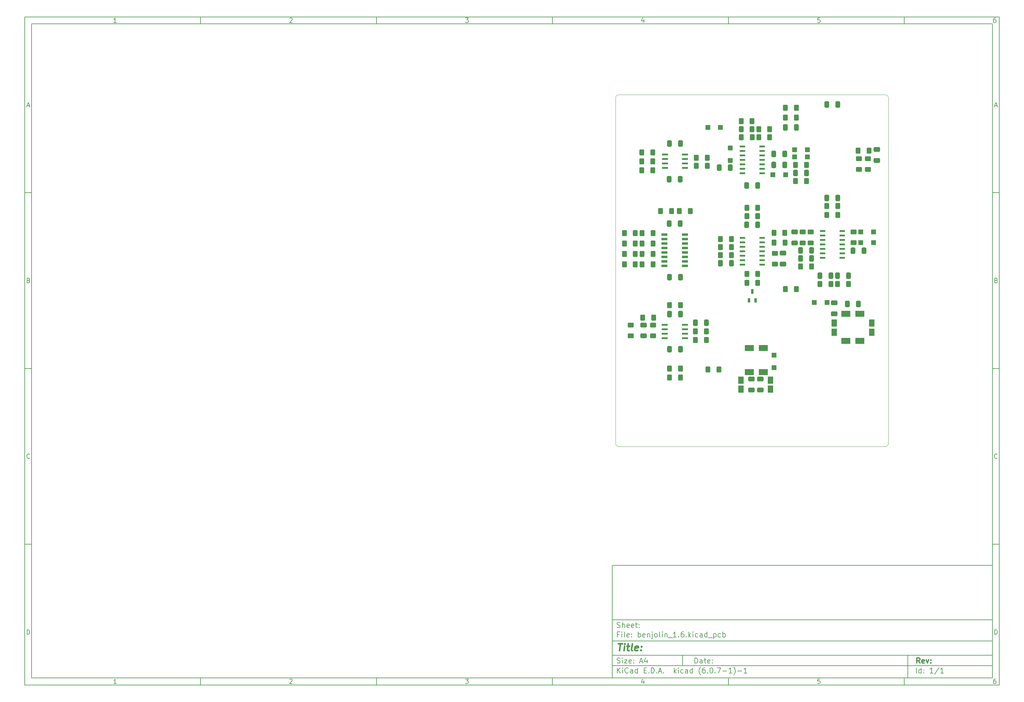
<source format=gbr>
%TF.GenerationSoftware,KiCad,Pcbnew,(6.0.7-1)-1*%
%TF.CreationDate,2022-10-07T09:47:05+07:00*%
%TF.ProjectId,benjolin_1.6,62656e6a-6f6c-4696-9e5f-312e362e6b69,rev?*%
%TF.SameCoordinates,Original*%
%TF.FileFunction,Paste,Top*%
%TF.FilePolarity,Positive*%
%FSLAX46Y46*%
G04 Gerber Fmt 4.6, Leading zero omitted, Abs format (unit mm)*
G04 Created by KiCad (PCBNEW (6.0.7-1)-1) date 2022-10-07 09:47:05*
%MOMM*%
%LPD*%
G01*
G04 APERTURE LIST*
G04 Aperture macros list*
%AMRoundRect*
0 Rectangle with rounded corners*
0 $1 Rounding radius*
0 $2 $3 $4 $5 $6 $7 $8 $9 X,Y pos of 4 corners*
0 Add a 4 corners polygon primitive as box body*
4,1,4,$2,$3,$4,$5,$6,$7,$8,$9,$2,$3,0*
0 Add four circle primitives for the rounded corners*
1,1,$1+$1,$2,$3*
1,1,$1+$1,$4,$5*
1,1,$1+$1,$6,$7*
1,1,$1+$1,$8,$9*
0 Add four rect primitives between the rounded corners*
20,1,$1+$1,$2,$3,$4,$5,0*
20,1,$1+$1,$4,$5,$6,$7,0*
20,1,$1+$1,$6,$7,$8,$9,0*
20,1,$1+$1,$8,$9,$2,$3,0*%
G04 Aperture macros list end*
%ADD10C,0.100000*%
%ADD11C,0.150000*%
%ADD12C,0.300000*%
%ADD13C,0.400000*%
%TA.AperFunction,Profile*%
%ADD14C,0.100000*%
%TD*%
%ADD15RoundRect,0.250000X-0.412500X-0.650000X0.412500X-0.650000X0.412500X0.650000X-0.412500X0.650000X0*%
%ADD16RoundRect,0.250000X0.400000X0.625000X-0.400000X0.625000X-0.400000X-0.625000X0.400000X-0.625000X0*%
%ADD17RoundRect,0.250000X-0.400000X-0.625000X0.400000X-0.625000X0.400000X0.625000X-0.400000X0.625000X0*%
%ADD18R,1.524000X0.600000*%
%ADD19R,1.500000X2.000000*%
%ADD20R,1.668000X0.600000*%
%ADD21RoundRect,0.250000X0.412500X0.650000X-0.412500X0.650000X-0.412500X-0.650000X0.412500X-0.650000X0*%
%ADD22RoundRect,0.250000X0.650000X-0.412500X0.650000X0.412500X-0.650000X0.412500X-0.650000X-0.412500X0*%
%ADD23R,1.400000X1.400000*%
%ADD24RoundRect,0.250000X-0.650000X0.412500X-0.650000X-0.412500X0.650000X-0.412500X0.650000X0.412500X0*%
%ADD25R,2.500000X1.700000*%
%ADD26RoundRect,0.250000X-0.625000X0.400000X-0.625000X-0.400000X0.625000X-0.400000X0.625000X0.400000X0*%
%ADD27R,1.778000X0.660400*%
%ADD28RoundRect,0.250000X0.625000X-0.400000X0.625000X0.400000X-0.625000X0.400000X-0.625000X-0.400000X0*%
%ADD29R,0.800000X1.228000*%
%ADD30R,0.800000X1.382000*%
G04 APERTURE END LIST*
D10*
D11*
X177002200Y-166007200D02*
X177002200Y-198007200D01*
X285002200Y-198007200D01*
X285002200Y-166007200D01*
X177002200Y-166007200D01*
D10*
D11*
X10000000Y-10000000D02*
X10000000Y-200007200D01*
X287002200Y-200007200D01*
X287002200Y-10000000D01*
X10000000Y-10000000D01*
D10*
D11*
X12000000Y-12000000D02*
X12000000Y-198007200D01*
X285002200Y-198007200D01*
X285002200Y-12000000D01*
X12000000Y-12000000D01*
D10*
D11*
X60000000Y-12000000D02*
X60000000Y-10000000D01*
D10*
D11*
X110000000Y-12000000D02*
X110000000Y-10000000D01*
D10*
D11*
X160000000Y-12000000D02*
X160000000Y-10000000D01*
D10*
D11*
X210000000Y-12000000D02*
X210000000Y-10000000D01*
D10*
D11*
X260000000Y-12000000D02*
X260000000Y-10000000D01*
D10*
D11*
X36065476Y-11588095D02*
X35322619Y-11588095D01*
X35694047Y-11588095D02*
X35694047Y-10288095D01*
X35570238Y-10473809D01*
X35446428Y-10597619D01*
X35322619Y-10659523D01*
D10*
D11*
X85322619Y-10411904D02*
X85384523Y-10350000D01*
X85508333Y-10288095D01*
X85817857Y-10288095D01*
X85941666Y-10350000D01*
X86003571Y-10411904D01*
X86065476Y-10535714D01*
X86065476Y-10659523D01*
X86003571Y-10845238D01*
X85260714Y-11588095D01*
X86065476Y-11588095D01*
D10*
D11*
X135260714Y-10288095D02*
X136065476Y-10288095D01*
X135632142Y-10783333D01*
X135817857Y-10783333D01*
X135941666Y-10845238D01*
X136003571Y-10907142D01*
X136065476Y-11030952D01*
X136065476Y-11340476D01*
X136003571Y-11464285D01*
X135941666Y-11526190D01*
X135817857Y-11588095D01*
X135446428Y-11588095D01*
X135322619Y-11526190D01*
X135260714Y-11464285D01*
D10*
D11*
X185941666Y-10721428D02*
X185941666Y-11588095D01*
X185632142Y-10226190D02*
X185322619Y-11154761D01*
X186127380Y-11154761D01*
D10*
D11*
X236003571Y-10288095D02*
X235384523Y-10288095D01*
X235322619Y-10907142D01*
X235384523Y-10845238D01*
X235508333Y-10783333D01*
X235817857Y-10783333D01*
X235941666Y-10845238D01*
X236003571Y-10907142D01*
X236065476Y-11030952D01*
X236065476Y-11340476D01*
X236003571Y-11464285D01*
X235941666Y-11526190D01*
X235817857Y-11588095D01*
X235508333Y-11588095D01*
X235384523Y-11526190D01*
X235322619Y-11464285D01*
D10*
D11*
X285941666Y-10288095D02*
X285694047Y-10288095D01*
X285570238Y-10350000D01*
X285508333Y-10411904D01*
X285384523Y-10597619D01*
X285322619Y-10845238D01*
X285322619Y-11340476D01*
X285384523Y-11464285D01*
X285446428Y-11526190D01*
X285570238Y-11588095D01*
X285817857Y-11588095D01*
X285941666Y-11526190D01*
X286003571Y-11464285D01*
X286065476Y-11340476D01*
X286065476Y-11030952D01*
X286003571Y-10907142D01*
X285941666Y-10845238D01*
X285817857Y-10783333D01*
X285570238Y-10783333D01*
X285446428Y-10845238D01*
X285384523Y-10907142D01*
X285322619Y-11030952D01*
D10*
D11*
X60000000Y-198007200D02*
X60000000Y-200007200D01*
D10*
D11*
X110000000Y-198007200D02*
X110000000Y-200007200D01*
D10*
D11*
X160000000Y-198007200D02*
X160000000Y-200007200D01*
D10*
D11*
X210000000Y-198007200D02*
X210000000Y-200007200D01*
D10*
D11*
X260000000Y-198007200D02*
X260000000Y-200007200D01*
D10*
D11*
X36065476Y-199595295D02*
X35322619Y-199595295D01*
X35694047Y-199595295D02*
X35694047Y-198295295D01*
X35570238Y-198481009D01*
X35446428Y-198604819D01*
X35322619Y-198666723D01*
D10*
D11*
X85322619Y-198419104D02*
X85384523Y-198357200D01*
X85508333Y-198295295D01*
X85817857Y-198295295D01*
X85941666Y-198357200D01*
X86003571Y-198419104D01*
X86065476Y-198542914D01*
X86065476Y-198666723D01*
X86003571Y-198852438D01*
X85260714Y-199595295D01*
X86065476Y-199595295D01*
D10*
D11*
X135260714Y-198295295D02*
X136065476Y-198295295D01*
X135632142Y-198790533D01*
X135817857Y-198790533D01*
X135941666Y-198852438D01*
X136003571Y-198914342D01*
X136065476Y-199038152D01*
X136065476Y-199347676D01*
X136003571Y-199471485D01*
X135941666Y-199533390D01*
X135817857Y-199595295D01*
X135446428Y-199595295D01*
X135322619Y-199533390D01*
X135260714Y-199471485D01*
D10*
D11*
X185941666Y-198728628D02*
X185941666Y-199595295D01*
X185632142Y-198233390D02*
X185322619Y-199161961D01*
X186127380Y-199161961D01*
D10*
D11*
X236003571Y-198295295D02*
X235384523Y-198295295D01*
X235322619Y-198914342D01*
X235384523Y-198852438D01*
X235508333Y-198790533D01*
X235817857Y-198790533D01*
X235941666Y-198852438D01*
X236003571Y-198914342D01*
X236065476Y-199038152D01*
X236065476Y-199347676D01*
X236003571Y-199471485D01*
X235941666Y-199533390D01*
X235817857Y-199595295D01*
X235508333Y-199595295D01*
X235384523Y-199533390D01*
X235322619Y-199471485D01*
D10*
D11*
X285941666Y-198295295D02*
X285694047Y-198295295D01*
X285570238Y-198357200D01*
X285508333Y-198419104D01*
X285384523Y-198604819D01*
X285322619Y-198852438D01*
X285322619Y-199347676D01*
X285384523Y-199471485D01*
X285446428Y-199533390D01*
X285570238Y-199595295D01*
X285817857Y-199595295D01*
X285941666Y-199533390D01*
X286003571Y-199471485D01*
X286065476Y-199347676D01*
X286065476Y-199038152D01*
X286003571Y-198914342D01*
X285941666Y-198852438D01*
X285817857Y-198790533D01*
X285570238Y-198790533D01*
X285446428Y-198852438D01*
X285384523Y-198914342D01*
X285322619Y-199038152D01*
D10*
D11*
X10000000Y-60000000D02*
X12000000Y-60000000D01*
D10*
D11*
X10000000Y-110000000D02*
X12000000Y-110000000D01*
D10*
D11*
X10000000Y-160000000D02*
X12000000Y-160000000D01*
D10*
D11*
X10690476Y-35216666D02*
X11309523Y-35216666D01*
X10566666Y-35588095D02*
X11000000Y-34288095D01*
X11433333Y-35588095D01*
D10*
D11*
X11092857Y-84907142D02*
X11278571Y-84969047D01*
X11340476Y-85030952D01*
X11402380Y-85154761D01*
X11402380Y-85340476D01*
X11340476Y-85464285D01*
X11278571Y-85526190D01*
X11154761Y-85588095D01*
X10659523Y-85588095D01*
X10659523Y-84288095D01*
X11092857Y-84288095D01*
X11216666Y-84350000D01*
X11278571Y-84411904D01*
X11340476Y-84535714D01*
X11340476Y-84659523D01*
X11278571Y-84783333D01*
X11216666Y-84845238D01*
X11092857Y-84907142D01*
X10659523Y-84907142D01*
D10*
D11*
X11402380Y-135464285D02*
X11340476Y-135526190D01*
X11154761Y-135588095D01*
X11030952Y-135588095D01*
X10845238Y-135526190D01*
X10721428Y-135402380D01*
X10659523Y-135278571D01*
X10597619Y-135030952D01*
X10597619Y-134845238D01*
X10659523Y-134597619D01*
X10721428Y-134473809D01*
X10845238Y-134350000D01*
X11030952Y-134288095D01*
X11154761Y-134288095D01*
X11340476Y-134350000D01*
X11402380Y-134411904D01*
D10*
D11*
X10659523Y-185588095D02*
X10659523Y-184288095D01*
X10969047Y-184288095D01*
X11154761Y-184350000D01*
X11278571Y-184473809D01*
X11340476Y-184597619D01*
X11402380Y-184845238D01*
X11402380Y-185030952D01*
X11340476Y-185278571D01*
X11278571Y-185402380D01*
X11154761Y-185526190D01*
X10969047Y-185588095D01*
X10659523Y-185588095D01*
D10*
D11*
X287002200Y-60000000D02*
X285002200Y-60000000D01*
D10*
D11*
X287002200Y-110000000D02*
X285002200Y-110000000D01*
D10*
D11*
X287002200Y-160000000D02*
X285002200Y-160000000D01*
D10*
D11*
X285692676Y-35216666D02*
X286311723Y-35216666D01*
X285568866Y-35588095D02*
X286002200Y-34288095D01*
X286435533Y-35588095D01*
D10*
D11*
X286095057Y-84907142D02*
X286280771Y-84969047D01*
X286342676Y-85030952D01*
X286404580Y-85154761D01*
X286404580Y-85340476D01*
X286342676Y-85464285D01*
X286280771Y-85526190D01*
X286156961Y-85588095D01*
X285661723Y-85588095D01*
X285661723Y-84288095D01*
X286095057Y-84288095D01*
X286218866Y-84350000D01*
X286280771Y-84411904D01*
X286342676Y-84535714D01*
X286342676Y-84659523D01*
X286280771Y-84783333D01*
X286218866Y-84845238D01*
X286095057Y-84907142D01*
X285661723Y-84907142D01*
D10*
D11*
X286404580Y-135464285D02*
X286342676Y-135526190D01*
X286156961Y-135588095D01*
X286033152Y-135588095D01*
X285847438Y-135526190D01*
X285723628Y-135402380D01*
X285661723Y-135278571D01*
X285599819Y-135030952D01*
X285599819Y-134845238D01*
X285661723Y-134597619D01*
X285723628Y-134473809D01*
X285847438Y-134350000D01*
X286033152Y-134288095D01*
X286156961Y-134288095D01*
X286342676Y-134350000D01*
X286404580Y-134411904D01*
D10*
D11*
X285661723Y-185588095D02*
X285661723Y-184288095D01*
X285971247Y-184288095D01*
X286156961Y-184350000D01*
X286280771Y-184473809D01*
X286342676Y-184597619D01*
X286404580Y-184845238D01*
X286404580Y-185030952D01*
X286342676Y-185278571D01*
X286280771Y-185402380D01*
X286156961Y-185526190D01*
X285971247Y-185588095D01*
X285661723Y-185588095D01*
D10*
D11*
X200434342Y-193785771D02*
X200434342Y-192285771D01*
X200791485Y-192285771D01*
X201005771Y-192357200D01*
X201148628Y-192500057D01*
X201220057Y-192642914D01*
X201291485Y-192928628D01*
X201291485Y-193142914D01*
X201220057Y-193428628D01*
X201148628Y-193571485D01*
X201005771Y-193714342D01*
X200791485Y-193785771D01*
X200434342Y-193785771D01*
X202577200Y-193785771D02*
X202577200Y-193000057D01*
X202505771Y-192857200D01*
X202362914Y-192785771D01*
X202077200Y-192785771D01*
X201934342Y-192857200D01*
X202577200Y-193714342D02*
X202434342Y-193785771D01*
X202077200Y-193785771D01*
X201934342Y-193714342D01*
X201862914Y-193571485D01*
X201862914Y-193428628D01*
X201934342Y-193285771D01*
X202077200Y-193214342D01*
X202434342Y-193214342D01*
X202577200Y-193142914D01*
X203077200Y-192785771D02*
X203648628Y-192785771D01*
X203291485Y-192285771D02*
X203291485Y-193571485D01*
X203362914Y-193714342D01*
X203505771Y-193785771D01*
X203648628Y-193785771D01*
X204720057Y-193714342D02*
X204577200Y-193785771D01*
X204291485Y-193785771D01*
X204148628Y-193714342D01*
X204077200Y-193571485D01*
X204077200Y-193000057D01*
X204148628Y-192857200D01*
X204291485Y-192785771D01*
X204577200Y-192785771D01*
X204720057Y-192857200D01*
X204791485Y-193000057D01*
X204791485Y-193142914D01*
X204077200Y-193285771D01*
X205434342Y-193642914D02*
X205505771Y-193714342D01*
X205434342Y-193785771D01*
X205362914Y-193714342D01*
X205434342Y-193642914D01*
X205434342Y-193785771D01*
X205434342Y-192857200D02*
X205505771Y-192928628D01*
X205434342Y-193000057D01*
X205362914Y-192928628D01*
X205434342Y-192857200D01*
X205434342Y-193000057D01*
D10*
D11*
X177002200Y-194507200D02*
X285002200Y-194507200D01*
D10*
D11*
X178434342Y-196585771D02*
X178434342Y-195085771D01*
X179291485Y-196585771D02*
X178648628Y-195728628D01*
X179291485Y-195085771D02*
X178434342Y-195942914D01*
X179934342Y-196585771D02*
X179934342Y-195585771D01*
X179934342Y-195085771D02*
X179862914Y-195157200D01*
X179934342Y-195228628D01*
X180005771Y-195157200D01*
X179934342Y-195085771D01*
X179934342Y-195228628D01*
X181505771Y-196442914D02*
X181434342Y-196514342D01*
X181220057Y-196585771D01*
X181077200Y-196585771D01*
X180862914Y-196514342D01*
X180720057Y-196371485D01*
X180648628Y-196228628D01*
X180577200Y-195942914D01*
X180577200Y-195728628D01*
X180648628Y-195442914D01*
X180720057Y-195300057D01*
X180862914Y-195157200D01*
X181077200Y-195085771D01*
X181220057Y-195085771D01*
X181434342Y-195157200D01*
X181505771Y-195228628D01*
X182791485Y-196585771D02*
X182791485Y-195800057D01*
X182720057Y-195657200D01*
X182577200Y-195585771D01*
X182291485Y-195585771D01*
X182148628Y-195657200D01*
X182791485Y-196514342D02*
X182648628Y-196585771D01*
X182291485Y-196585771D01*
X182148628Y-196514342D01*
X182077200Y-196371485D01*
X182077200Y-196228628D01*
X182148628Y-196085771D01*
X182291485Y-196014342D01*
X182648628Y-196014342D01*
X182791485Y-195942914D01*
X184148628Y-196585771D02*
X184148628Y-195085771D01*
X184148628Y-196514342D02*
X184005771Y-196585771D01*
X183720057Y-196585771D01*
X183577200Y-196514342D01*
X183505771Y-196442914D01*
X183434342Y-196300057D01*
X183434342Y-195871485D01*
X183505771Y-195728628D01*
X183577200Y-195657200D01*
X183720057Y-195585771D01*
X184005771Y-195585771D01*
X184148628Y-195657200D01*
X186005771Y-195800057D02*
X186505771Y-195800057D01*
X186720057Y-196585771D02*
X186005771Y-196585771D01*
X186005771Y-195085771D01*
X186720057Y-195085771D01*
X187362914Y-196442914D02*
X187434342Y-196514342D01*
X187362914Y-196585771D01*
X187291485Y-196514342D01*
X187362914Y-196442914D01*
X187362914Y-196585771D01*
X188077200Y-196585771D02*
X188077200Y-195085771D01*
X188434342Y-195085771D01*
X188648628Y-195157200D01*
X188791485Y-195300057D01*
X188862914Y-195442914D01*
X188934342Y-195728628D01*
X188934342Y-195942914D01*
X188862914Y-196228628D01*
X188791485Y-196371485D01*
X188648628Y-196514342D01*
X188434342Y-196585771D01*
X188077200Y-196585771D01*
X189577200Y-196442914D02*
X189648628Y-196514342D01*
X189577200Y-196585771D01*
X189505771Y-196514342D01*
X189577200Y-196442914D01*
X189577200Y-196585771D01*
X190220057Y-196157200D02*
X190934342Y-196157200D01*
X190077200Y-196585771D02*
X190577200Y-195085771D01*
X191077200Y-196585771D01*
X191577200Y-196442914D02*
X191648628Y-196514342D01*
X191577200Y-196585771D01*
X191505771Y-196514342D01*
X191577200Y-196442914D01*
X191577200Y-196585771D01*
X194577200Y-196585771D02*
X194577200Y-195085771D01*
X194720057Y-196014342D02*
X195148628Y-196585771D01*
X195148628Y-195585771D02*
X194577200Y-196157200D01*
X195791485Y-196585771D02*
X195791485Y-195585771D01*
X195791485Y-195085771D02*
X195720057Y-195157200D01*
X195791485Y-195228628D01*
X195862914Y-195157200D01*
X195791485Y-195085771D01*
X195791485Y-195228628D01*
X197148628Y-196514342D02*
X197005771Y-196585771D01*
X196720057Y-196585771D01*
X196577200Y-196514342D01*
X196505771Y-196442914D01*
X196434342Y-196300057D01*
X196434342Y-195871485D01*
X196505771Y-195728628D01*
X196577200Y-195657200D01*
X196720057Y-195585771D01*
X197005771Y-195585771D01*
X197148628Y-195657200D01*
X198434342Y-196585771D02*
X198434342Y-195800057D01*
X198362914Y-195657200D01*
X198220057Y-195585771D01*
X197934342Y-195585771D01*
X197791485Y-195657200D01*
X198434342Y-196514342D02*
X198291485Y-196585771D01*
X197934342Y-196585771D01*
X197791485Y-196514342D01*
X197720057Y-196371485D01*
X197720057Y-196228628D01*
X197791485Y-196085771D01*
X197934342Y-196014342D01*
X198291485Y-196014342D01*
X198434342Y-195942914D01*
X199791485Y-196585771D02*
X199791485Y-195085771D01*
X199791485Y-196514342D02*
X199648628Y-196585771D01*
X199362914Y-196585771D01*
X199220057Y-196514342D01*
X199148628Y-196442914D01*
X199077200Y-196300057D01*
X199077200Y-195871485D01*
X199148628Y-195728628D01*
X199220057Y-195657200D01*
X199362914Y-195585771D01*
X199648628Y-195585771D01*
X199791485Y-195657200D01*
X202077200Y-197157200D02*
X202005771Y-197085771D01*
X201862914Y-196871485D01*
X201791485Y-196728628D01*
X201720057Y-196514342D01*
X201648628Y-196157200D01*
X201648628Y-195871485D01*
X201720057Y-195514342D01*
X201791485Y-195300057D01*
X201862914Y-195157200D01*
X202005771Y-194942914D01*
X202077200Y-194871485D01*
X203291485Y-195085771D02*
X203005771Y-195085771D01*
X202862914Y-195157200D01*
X202791485Y-195228628D01*
X202648628Y-195442914D01*
X202577200Y-195728628D01*
X202577200Y-196300057D01*
X202648628Y-196442914D01*
X202720057Y-196514342D01*
X202862914Y-196585771D01*
X203148628Y-196585771D01*
X203291485Y-196514342D01*
X203362914Y-196442914D01*
X203434342Y-196300057D01*
X203434342Y-195942914D01*
X203362914Y-195800057D01*
X203291485Y-195728628D01*
X203148628Y-195657200D01*
X202862914Y-195657200D01*
X202720057Y-195728628D01*
X202648628Y-195800057D01*
X202577200Y-195942914D01*
X204077200Y-196442914D02*
X204148628Y-196514342D01*
X204077200Y-196585771D01*
X204005771Y-196514342D01*
X204077200Y-196442914D01*
X204077200Y-196585771D01*
X205077200Y-195085771D02*
X205220057Y-195085771D01*
X205362914Y-195157200D01*
X205434342Y-195228628D01*
X205505771Y-195371485D01*
X205577200Y-195657200D01*
X205577200Y-196014342D01*
X205505771Y-196300057D01*
X205434342Y-196442914D01*
X205362914Y-196514342D01*
X205220057Y-196585771D01*
X205077200Y-196585771D01*
X204934342Y-196514342D01*
X204862914Y-196442914D01*
X204791485Y-196300057D01*
X204720057Y-196014342D01*
X204720057Y-195657200D01*
X204791485Y-195371485D01*
X204862914Y-195228628D01*
X204934342Y-195157200D01*
X205077200Y-195085771D01*
X206220057Y-196442914D02*
X206291485Y-196514342D01*
X206220057Y-196585771D01*
X206148628Y-196514342D01*
X206220057Y-196442914D01*
X206220057Y-196585771D01*
X206791485Y-195085771D02*
X207791485Y-195085771D01*
X207148628Y-196585771D01*
X208362914Y-196014342D02*
X209505771Y-196014342D01*
X211005771Y-196585771D02*
X210148628Y-196585771D01*
X210577200Y-196585771D02*
X210577200Y-195085771D01*
X210434342Y-195300057D01*
X210291485Y-195442914D01*
X210148628Y-195514342D01*
X211505771Y-197157200D02*
X211577200Y-197085771D01*
X211720057Y-196871485D01*
X211791485Y-196728628D01*
X211862914Y-196514342D01*
X211934342Y-196157200D01*
X211934342Y-195871485D01*
X211862914Y-195514342D01*
X211791485Y-195300057D01*
X211720057Y-195157200D01*
X211577200Y-194942914D01*
X211505771Y-194871485D01*
X212648628Y-196014342D02*
X213791485Y-196014342D01*
X215291485Y-196585771D02*
X214434342Y-196585771D01*
X214862914Y-196585771D02*
X214862914Y-195085771D01*
X214720057Y-195300057D01*
X214577200Y-195442914D01*
X214434342Y-195514342D01*
D10*
D11*
X177002200Y-191507200D02*
X285002200Y-191507200D01*
D10*
D12*
X264411485Y-193785771D02*
X263911485Y-193071485D01*
X263554342Y-193785771D02*
X263554342Y-192285771D01*
X264125771Y-192285771D01*
X264268628Y-192357200D01*
X264340057Y-192428628D01*
X264411485Y-192571485D01*
X264411485Y-192785771D01*
X264340057Y-192928628D01*
X264268628Y-193000057D01*
X264125771Y-193071485D01*
X263554342Y-193071485D01*
X265625771Y-193714342D02*
X265482914Y-193785771D01*
X265197200Y-193785771D01*
X265054342Y-193714342D01*
X264982914Y-193571485D01*
X264982914Y-193000057D01*
X265054342Y-192857200D01*
X265197200Y-192785771D01*
X265482914Y-192785771D01*
X265625771Y-192857200D01*
X265697200Y-193000057D01*
X265697200Y-193142914D01*
X264982914Y-193285771D01*
X266197200Y-192785771D02*
X266554342Y-193785771D01*
X266911485Y-192785771D01*
X267482914Y-193642914D02*
X267554342Y-193714342D01*
X267482914Y-193785771D01*
X267411485Y-193714342D01*
X267482914Y-193642914D01*
X267482914Y-193785771D01*
X267482914Y-192857200D02*
X267554342Y-192928628D01*
X267482914Y-193000057D01*
X267411485Y-192928628D01*
X267482914Y-192857200D01*
X267482914Y-193000057D01*
D10*
D11*
X178362914Y-193714342D02*
X178577200Y-193785771D01*
X178934342Y-193785771D01*
X179077200Y-193714342D01*
X179148628Y-193642914D01*
X179220057Y-193500057D01*
X179220057Y-193357200D01*
X179148628Y-193214342D01*
X179077200Y-193142914D01*
X178934342Y-193071485D01*
X178648628Y-193000057D01*
X178505771Y-192928628D01*
X178434342Y-192857200D01*
X178362914Y-192714342D01*
X178362914Y-192571485D01*
X178434342Y-192428628D01*
X178505771Y-192357200D01*
X178648628Y-192285771D01*
X179005771Y-192285771D01*
X179220057Y-192357200D01*
X179862914Y-193785771D02*
X179862914Y-192785771D01*
X179862914Y-192285771D02*
X179791485Y-192357200D01*
X179862914Y-192428628D01*
X179934342Y-192357200D01*
X179862914Y-192285771D01*
X179862914Y-192428628D01*
X180434342Y-192785771D02*
X181220057Y-192785771D01*
X180434342Y-193785771D01*
X181220057Y-193785771D01*
X182362914Y-193714342D02*
X182220057Y-193785771D01*
X181934342Y-193785771D01*
X181791485Y-193714342D01*
X181720057Y-193571485D01*
X181720057Y-193000057D01*
X181791485Y-192857200D01*
X181934342Y-192785771D01*
X182220057Y-192785771D01*
X182362914Y-192857200D01*
X182434342Y-193000057D01*
X182434342Y-193142914D01*
X181720057Y-193285771D01*
X183077200Y-193642914D02*
X183148628Y-193714342D01*
X183077200Y-193785771D01*
X183005771Y-193714342D01*
X183077200Y-193642914D01*
X183077200Y-193785771D01*
X183077200Y-192857200D02*
X183148628Y-192928628D01*
X183077200Y-193000057D01*
X183005771Y-192928628D01*
X183077200Y-192857200D01*
X183077200Y-193000057D01*
X184862914Y-193357200D02*
X185577200Y-193357200D01*
X184720057Y-193785771D02*
X185220057Y-192285771D01*
X185720057Y-193785771D01*
X186862914Y-192785771D02*
X186862914Y-193785771D01*
X186505771Y-192214342D02*
X186148628Y-193285771D01*
X187077200Y-193285771D01*
D10*
D11*
X263434342Y-196585771D02*
X263434342Y-195085771D01*
X264791485Y-196585771D02*
X264791485Y-195085771D01*
X264791485Y-196514342D02*
X264648628Y-196585771D01*
X264362914Y-196585771D01*
X264220057Y-196514342D01*
X264148628Y-196442914D01*
X264077200Y-196300057D01*
X264077200Y-195871485D01*
X264148628Y-195728628D01*
X264220057Y-195657200D01*
X264362914Y-195585771D01*
X264648628Y-195585771D01*
X264791485Y-195657200D01*
X265505771Y-196442914D02*
X265577200Y-196514342D01*
X265505771Y-196585771D01*
X265434342Y-196514342D01*
X265505771Y-196442914D01*
X265505771Y-196585771D01*
X265505771Y-195657200D02*
X265577200Y-195728628D01*
X265505771Y-195800057D01*
X265434342Y-195728628D01*
X265505771Y-195657200D01*
X265505771Y-195800057D01*
X268148628Y-196585771D02*
X267291485Y-196585771D01*
X267720057Y-196585771D02*
X267720057Y-195085771D01*
X267577200Y-195300057D01*
X267434342Y-195442914D01*
X267291485Y-195514342D01*
X269862914Y-195014342D02*
X268577200Y-196942914D01*
X271148628Y-196585771D02*
X270291485Y-196585771D01*
X270720057Y-196585771D02*
X270720057Y-195085771D01*
X270577200Y-195300057D01*
X270434342Y-195442914D01*
X270291485Y-195514342D01*
D10*
D11*
X177002200Y-187507200D02*
X285002200Y-187507200D01*
D10*
D13*
X178714580Y-188211961D02*
X179857438Y-188211961D01*
X179036009Y-190211961D02*
X179286009Y-188211961D01*
X180274104Y-190211961D02*
X180440771Y-188878628D01*
X180524104Y-188211961D02*
X180416961Y-188307200D01*
X180500295Y-188402438D01*
X180607438Y-188307200D01*
X180524104Y-188211961D01*
X180500295Y-188402438D01*
X181107438Y-188878628D02*
X181869342Y-188878628D01*
X181476485Y-188211961D02*
X181262200Y-189926247D01*
X181333628Y-190116723D01*
X181512200Y-190211961D01*
X181702676Y-190211961D01*
X182655057Y-190211961D02*
X182476485Y-190116723D01*
X182405057Y-189926247D01*
X182619342Y-188211961D01*
X184190771Y-190116723D02*
X183988390Y-190211961D01*
X183607438Y-190211961D01*
X183428866Y-190116723D01*
X183357438Y-189926247D01*
X183452676Y-189164342D01*
X183571723Y-188973866D01*
X183774104Y-188878628D01*
X184155057Y-188878628D01*
X184333628Y-188973866D01*
X184405057Y-189164342D01*
X184381247Y-189354819D01*
X183405057Y-189545295D01*
X185155057Y-190021485D02*
X185238390Y-190116723D01*
X185131247Y-190211961D01*
X185047914Y-190116723D01*
X185155057Y-190021485D01*
X185131247Y-190211961D01*
X185286009Y-188973866D02*
X185369342Y-189069104D01*
X185262200Y-189164342D01*
X185178866Y-189069104D01*
X185286009Y-188973866D01*
X185262200Y-189164342D01*
D10*
D11*
X178934342Y-185600057D02*
X178434342Y-185600057D01*
X178434342Y-186385771D02*
X178434342Y-184885771D01*
X179148628Y-184885771D01*
X179720057Y-186385771D02*
X179720057Y-185385771D01*
X179720057Y-184885771D02*
X179648628Y-184957200D01*
X179720057Y-185028628D01*
X179791485Y-184957200D01*
X179720057Y-184885771D01*
X179720057Y-185028628D01*
X180648628Y-186385771D02*
X180505771Y-186314342D01*
X180434342Y-186171485D01*
X180434342Y-184885771D01*
X181791485Y-186314342D02*
X181648628Y-186385771D01*
X181362914Y-186385771D01*
X181220057Y-186314342D01*
X181148628Y-186171485D01*
X181148628Y-185600057D01*
X181220057Y-185457200D01*
X181362914Y-185385771D01*
X181648628Y-185385771D01*
X181791485Y-185457200D01*
X181862914Y-185600057D01*
X181862914Y-185742914D01*
X181148628Y-185885771D01*
X182505771Y-186242914D02*
X182577200Y-186314342D01*
X182505771Y-186385771D01*
X182434342Y-186314342D01*
X182505771Y-186242914D01*
X182505771Y-186385771D01*
X182505771Y-185457200D02*
X182577200Y-185528628D01*
X182505771Y-185600057D01*
X182434342Y-185528628D01*
X182505771Y-185457200D01*
X182505771Y-185600057D01*
X184362914Y-186385771D02*
X184362914Y-184885771D01*
X184362914Y-185457200D02*
X184505771Y-185385771D01*
X184791485Y-185385771D01*
X184934342Y-185457200D01*
X185005771Y-185528628D01*
X185077200Y-185671485D01*
X185077200Y-186100057D01*
X185005771Y-186242914D01*
X184934342Y-186314342D01*
X184791485Y-186385771D01*
X184505771Y-186385771D01*
X184362914Y-186314342D01*
X186291485Y-186314342D02*
X186148628Y-186385771D01*
X185862914Y-186385771D01*
X185720057Y-186314342D01*
X185648628Y-186171485D01*
X185648628Y-185600057D01*
X185720057Y-185457200D01*
X185862914Y-185385771D01*
X186148628Y-185385771D01*
X186291485Y-185457200D01*
X186362914Y-185600057D01*
X186362914Y-185742914D01*
X185648628Y-185885771D01*
X187005771Y-185385771D02*
X187005771Y-186385771D01*
X187005771Y-185528628D02*
X187077200Y-185457200D01*
X187220057Y-185385771D01*
X187434342Y-185385771D01*
X187577200Y-185457200D01*
X187648628Y-185600057D01*
X187648628Y-186385771D01*
X188362914Y-185385771D02*
X188362914Y-186671485D01*
X188291485Y-186814342D01*
X188148628Y-186885771D01*
X188077200Y-186885771D01*
X188362914Y-184885771D02*
X188291485Y-184957200D01*
X188362914Y-185028628D01*
X188434342Y-184957200D01*
X188362914Y-184885771D01*
X188362914Y-185028628D01*
X189291485Y-186385771D02*
X189148628Y-186314342D01*
X189077200Y-186242914D01*
X189005771Y-186100057D01*
X189005771Y-185671485D01*
X189077200Y-185528628D01*
X189148628Y-185457200D01*
X189291485Y-185385771D01*
X189505771Y-185385771D01*
X189648628Y-185457200D01*
X189720057Y-185528628D01*
X189791485Y-185671485D01*
X189791485Y-186100057D01*
X189720057Y-186242914D01*
X189648628Y-186314342D01*
X189505771Y-186385771D01*
X189291485Y-186385771D01*
X190648628Y-186385771D02*
X190505771Y-186314342D01*
X190434342Y-186171485D01*
X190434342Y-184885771D01*
X191220057Y-186385771D02*
X191220057Y-185385771D01*
X191220057Y-184885771D02*
X191148628Y-184957200D01*
X191220057Y-185028628D01*
X191291485Y-184957200D01*
X191220057Y-184885771D01*
X191220057Y-185028628D01*
X191934342Y-185385771D02*
X191934342Y-186385771D01*
X191934342Y-185528628D02*
X192005771Y-185457200D01*
X192148628Y-185385771D01*
X192362914Y-185385771D01*
X192505771Y-185457200D01*
X192577200Y-185600057D01*
X192577200Y-186385771D01*
X192934342Y-186528628D02*
X194077200Y-186528628D01*
X195220057Y-186385771D02*
X194362914Y-186385771D01*
X194791485Y-186385771D02*
X194791485Y-184885771D01*
X194648628Y-185100057D01*
X194505771Y-185242914D01*
X194362914Y-185314342D01*
X195862914Y-186242914D02*
X195934342Y-186314342D01*
X195862914Y-186385771D01*
X195791485Y-186314342D01*
X195862914Y-186242914D01*
X195862914Y-186385771D01*
X197220057Y-184885771D02*
X196934342Y-184885771D01*
X196791485Y-184957200D01*
X196720057Y-185028628D01*
X196577200Y-185242914D01*
X196505771Y-185528628D01*
X196505771Y-186100057D01*
X196577200Y-186242914D01*
X196648628Y-186314342D01*
X196791485Y-186385771D01*
X197077200Y-186385771D01*
X197220057Y-186314342D01*
X197291485Y-186242914D01*
X197362914Y-186100057D01*
X197362914Y-185742914D01*
X197291485Y-185600057D01*
X197220057Y-185528628D01*
X197077200Y-185457200D01*
X196791485Y-185457200D01*
X196648628Y-185528628D01*
X196577200Y-185600057D01*
X196505771Y-185742914D01*
X198005771Y-186242914D02*
X198077200Y-186314342D01*
X198005771Y-186385771D01*
X197934342Y-186314342D01*
X198005771Y-186242914D01*
X198005771Y-186385771D01*
X198720057Y-186385771D02*
X198720057Y-184885771D01*
X198862914Y-185814342D02*
X199291485Y-186385771D01*
X199291485Y-185385771D02*
X198720057Y-185957200D01*
X199934342Y-186385771D02*
X199934342Y-185385771D01*
X199934342Y-184885771D02*
X199862914Y-184957200D01*
X199934342Y-185028628D01*
X200005771Y-184957200D01*
X199934342Y-184885771D01*
X199934342Y-185028628D01*
X201291485Y-186314342D02*
X201148628Y-186385771D01*
X200862914Y-186385771D01*
X200720057Y-186314342D01*
X200648628Y-186242914D01*
X200577200Y-186100057D01*
X200577200Y-185671485D01*
X200648628Y-185528628D01*
X200720057Y-185457200D01*
X200862914Y-185385771D01*
X201148628Y-185385771D01*
X201291485Y-185457200D01*
X202577200Y-186385771D02*
X202577200Y-185600057D01*
X202505771Y-185457200D01*
X202362914Y-185385771D01*
X202077200Y-185385771D01*
X201934342Y-185457200D01*
X202577200Y-186314342D02*
X202434342Y-186385771D01*
X202077200Y-186385771D01*
X201934342Y-186314342D01*
X201862914Y-186171485D01*
X201862914Y-186028628D01*
X201934342Y-185885771D01*
X202077200Y-185814342D01*
X202434342Y-185814342D01*
X202577200Y-185742914D01*
X203934342Y-186385771D02*
X203934342Y-184885771D01*
X203934342Y-186314342D02*
X203791485Y-186385771D01*
X203505771Y-186385771D01*
X203362914Y-186314342D01*
X203291485Y-186242914D01*
X203220057Y-186100057D01*
X203220057Y-185671485D01*
X203291485Y-185528628D01*
X203362914Y-185457200D01*
X203505771Y-185385771D01*
X203791485Y-185385771D01*
X203934342Y-185457200D01*
X204291485Y-186528628D02*
X205434342Y-186528628D01*
X205791485Y-185385771D02*
X205791485Y-186885771D01*
X205791485Y-185457200D02*
X205934342Y-185385771D01*
X206220057Y-185385771D01*
X206362914Y-185457200D01*
X206434342Y-185528628D01*
X206505771Y-185671485D01*
X206505771Y-186100057D01*
X206434342Y-186242914D01*
X206362914Y-186314342D01*
X206220057Y-186385771D01*
X205934342Y-186385771D01*
X205791485Y-186314342D01*
X207791485Y-186314342D02*
X207648628Y-186385771D01*
X207362914Y-186385771D01*
X207220057Y-186314342D01*
X207148628Y-186242914D01*
X207077200Y-186100057D01*
X207077200Y-185671485D01*
X207148628Y-185528628D01*
X207220057Y-185457200D01*
X207362914Y-185385771D01*
X207648628Y-185385771D01*
X207791485Y-185457200D01*
X208434342Y-186385771D02*
X208434342Y-184885771D01*
X208434342Y-185457200D02*
X208577200Y-185385771D01*
X208862914Y-185385771D01*
X209005771Y-185457200D01*
X209077200Y-185528628D01*
X209148628Y-185671485D01*
X209148628Y-186100057D01*
X209077200Y-186242914D01*
X209005771Y-186314342D01*
X208862914Y-186385771D01*
X208577200Y-186385771D01*
X208434342Y-186314342D01*
D10*
D11*
X177002200Y-181507200D02*
X285002200Y-181507200D01*
D10*
D11*
X178362914Y-183614342D02*
X178577200Y-183685771D01*
X178934342Y-183685771D01*
X179077200Y-183614342D01*
X179148628Y-183542914D01*
X179220057Y-183400057D01*
X179220057Y-183257200D01*
X179148628Y-183114342D01*
X179077200Y-183042914D01*
X178934342Y-182971485D01*
X178648628Y-182900057D01*
X178505771Y-182828628D01*
X178434342Y-182757200D01*
X178362914Y-182614342D01*
X178362914Y-182471485D01*
X178434342Y-182328628D01*
X178505771Y-182257200D01*
X178648628Y-182185771D01*
X179005771Y-182185771D01*
X179220057Y-182257200D01*
X179862914Y-183685771D02*
X179862914Y-182185771D01*
X180505771Y-183685771D02*
X180505771Y-182900057D01*
X180434342Y-182757200D01*
X180291485Y-182685771D01*
X180077200Y-182685771D01*
X179934342Y-182757200D01*
X179862914Y-182828628D01*
X181791485Y-183614342D02*
X181648628Y-183685771D01*
X181362914Y-183685771D01*
X181220057Y-183614342D01*
X181148628Y-183471485D01*
X181148628Y-182900057D01*
X181220057Y-182757200D01*
X181362914Y-182685771D01*
X181648628Y-182685771D01*
X181791485Y-182757200D01*
X181862914Y-182900057D01*
X181862914Y-183042914D01*
X181148628Y-183185771D01*
X183077200Y-183614342D02*
X182934342Y-183685771D01*
X182648628Y-183685771D01*
X182505771Y-183614342D01*
X182434342Y-183471485D01*
X182434342Y-182900057D01*
X182505771Y-182757200D01*
X182648628Y-182685771D01*
X182934342Y-182685771D01*
X183077200Y-182757200D01*
X183148628Y-182900057D01*
X183148628Y-183042914D01*
X182434342Y-183185771D01*
X183577200Y-182685771D02*
X184148628Y-182685771D01*
X183791485Y-182185771D02*
X183791485Y-183471485D01*
X183862914Y-183614342D01*
X184005771Y-183685771D01*
X184148628Y-183685771D01*
X184648628Y-183542914D02*
X184720057Y-183614342D01*
X184648628Y-183685771D01*
X184577200Y-183614342D01*
X184648628Y-183542914D01*
X184648628Y-183685771D01*
X184648628Y-182757200D02*
X184720057Y-182828628D01*
X184648628Y-182900057D01*
X184577200Y-182828628D01*
X184648628Y-182757200D01*
X184648628Y-182900057D01*
D10*
D12*
D10*
D11*
D10*
D11*
D10*
D11*
D10*
D11*
D10*
D11*
X197002200Y-191507200D02*
X197002200Y-194507200D01*
D10*
D11*
X261002200Y-191507200D02*
X261002200Y-198007200D01*
D14*
X255450614Y-32899678D02*
X255450000Y-131440000D01*
X254700614Y-32149678D02*
X178700000Y-32149678D01*
X178700000Y-132157000D02*
X254699204Y-132157000D01*
X254699209Y-132157495D02*
G75*
G03*
X255450000Y-131440000I-8128J760069D01*
G01*
X177950000Y-32899678D02*
X177950000Y-131407000D01*
X177950000Y-131407000D02*
G75*
G03*
X178700000Y-132157000I750000J0D01*
G01*
X178700000Y-32149700D02*
G75*
G03*
X177950000Y-32899678I0J-750000D01*
G01*
X255450613Y-32899678D02*
G75*
G03*
X254700614Y-32149678I-750018J-18D01*
G01*
D15*
%TO.C,C17*%
X222866300Y-52089000D03*
X225991300Y-52089000D03*
%TD*%
D16*
%TO.C,R36*%
X226044200Y-71393000D03*
X222944200Y-71393000D03*
%TD*%
D17*
%TO.C,R6*%
X190709400Y-65252500D03*
X193809400Y-65252500D03*
%TD*%
D18*
%TO.C,IC2*%
X219541200Y-54449400D03*
X219541200Y-53179400D03*
X219541200Y-51909400D03*
X219541200Y-50639400D03*
X219541200Y-49369400D03*
X219541200Y-48099400D03*
X219541200Y-46829400D03*
X213953200Y-46829400D03*
X213953200Y-48099400D03*
X213953200Y-49369400D03*
X213953200Y-50639400D03*
X213953200Y-51932400D03*
X213953200Y-53179400D03*
X213953200Y-54449400D03*
%TD*%
D19*
%TO.C,C16*%
X213600000Y-115873000D03*
X213600000Y-113273000D03*
%TD*%
D20*
%TO.C,IC4*%
X197670000Y-52978000D03*
X197670000Y-51708000D03*
X197670000Y-50438000D03*
X197670000Y-49168000D03*
X191938000Y-49168000D03*
X191938000Y-50438000D03*
X191938000Y-51708000D03*
X191938000Y-52978000D03*
%TD*%
D17*
%TO.C,R8*%
X218605000Y-44238000D03*
X221705000Y-44238000D03*
%TD*%
%TO.C,R31*%
X215225000Y-64281000D03*
X218325000Y-64281000D03*
%TD*%
D21*
%TO.C,C13*%
X246944500Y-91598500D03*
X243819500Y-91598500D03*
%TD*%
D22*
%TO.C,C29*%
X185888200Y-100738200D03*
X185888200Y-97613200D03*
%TD*%
%TO.C,C12*%
X219061000Y-116133500D03*
X219061000Y-113008500D03*
%TD*%
D15*
%TO.C,C4*%
X222857900Y-48964800D03*
X225982900Y-48964800D03*
%TD*%
D23*
%TO.C,D5*%
X247609000Y-74187000D03*
X251219000Y-74187000D03*
%TD*%
%TO.C,D3*%
X228813000Y-49803000D03*
X232423000Y-49803000D03*
%TD*%
%TO.C,D2*%
X222623800Y-54883000D03*
X226233800Y-54883000D03*
%TD*%
D18*
%TO.C,IC5*%
X213981000Y-72834500D03*
X213981000Y-74104500D03*
X213981000Y-75374500D03*
X213981000Y-76644500D03*
X213981000Y-77914500D03*
X213981000Y-79184500D03*
X213981000Y-80454500D03*
X219569000Y-80454500D03*
X219569000Y-79184500D03*
X219569000Y-77914500D03*
X219569000Y-76644500D03*
X219569000Y-75351500D03*
X219569000Y-74104500D03*
X219569000Y-72834500D03*
%TD*%
D17*
%TO.C,R2*%
X213640000Y-44215000D03*
X216740000Y-44215000D03*
%TD*%
D24*
%TO.C,C9*%
X252208000Y-47732500D03*
X252208000Y-50857500D03*
%TD*%
D23*
%TO.C,D1*%
X210552000Y-50846000D03*
X210552000Y-47236000D03*
%TD*%
%TO.C,D11*%
X207752800Y-41421000D03*
X204142800Y-41421000D03*
%TD*%
D17*
%TO.C,R45*%
X230502500Y-80977300D03*
X233602500Y-80977300D03*
%TD*%
%TO.C,R11*%
X237958000Y-63773000D03*
X241058000Y-63773000D03*
%TD*%
%TO.C,R42*%
X193254000Y-112516900D03*
X196354000Y-112516900D03*
%TD*%
%TO.C,R7*%
X229068000Y-52089000D03*
X232168000Y-52089000D03*
%TD*%
D16*
%TO.C,R1*%
X221705000Y-41929000D03*
X218605000Y-41929000D03*
%TD*%
D17*
%TO.C,R34*%
X237958000Y-66306700D03*
X241058000Y-66306700D03*
%TD*%
D21*
%TO.C,C10*%
X210844500Y-80029000D03*
X207719500Y-80029000D03*
%TD*%
%TO.C,C22*%
X241070500Y-34918600D03*
X237945500Y-34918600D03*
%TD*%
D15*
%TO.C,C1*%
X229055500Y-54375000D03*
X232180500Y-54375000D03*
%TD*%
D21*
%TO.C,C32*%
X203740600Y-97004600D03*
X200615600Y-97004600D03*
%TD*%
D25*
%TO.C,D7*%
X243350000Y-102127000D03*
X247350000Y-102127000D03*
%TD*%
D22*
%TO.C,C11*%
X240048000Y-94431000D03*
X240048000Y-91306000D03*
%TD*%
D17*
%TO.C,R26*%
X180420000Y-74486100D03*
X183520000Y-74486100D03*
%TD*%
%TO.C,R43*%
X193254000Y-109976900D03*
X196354000Y-109976900D03*
%TD*%
%TO.C,R29*%
X180420000Y-71528300D03*
X183520000Y-71528300D03*
%TD*%
D15*
%TO.C,C19*%
X193195300Y-56153000D03*
X196320300Y-56153000D03*
%TD*%
%TO.C,C18*%
X207386100Y-52851000D03*
X210511100Y-52851000D03*
%TD*%
D26*
%TO.C,R30*%
X231126000Y-71173000D03*
X231126000Y-74273000D03*
%TD*%
D16*
%TO.C,R17*%
X188480000Y-53613000D03*
X185380000Y-53613000D03*
%TD*%
D25*
%TO.C,D10*%
X215908000Y-104159000D03*
X219908000Y-104159000D03*
%TD*%
D15*
%TO.C,C2*%
X226179400Y-41406900D03*
X229304400Y-41406900D03*
%TD*%
D17*
%TO.C,R28*%
X180420000Y-80401700D03*
X183520000Y-80401700D03*
%TD*%
D27*
%TO.C,IC1*%
X191832200Y-71945500D03*
X191832200Y-73215500D03*
X191832200Y-74485500D03*
X191832200Y-75755500D03*
X191832200Y-77025500D03*
X191832200Y-78295500D03*
X191832200Y-79565500D03*
X191832200Y-80835500D03*
X197674200Y-80835500D03*
X197674200Y-79565500D03*
X197674200Y-78295500D03*
X197674200Y-77025500D03*
X197674200Y-75755500D03*
X197674200Y-74485500D03*
X197674200Y-73215500D03*
X197674200Y-71945500D03*
%TD*%
D16*
%TO.C,R14*%
X203974000Y-50057000D03*
X200874000Y-50057000D03*
%TD*%
%TO.C,R65*%
X203720000Y-99460000D03*
X200620000Y-99460000D03*
%TD*%
D17*
%TO.C,R19*%
X185474600Y-74486100D03*
X188574600Y-74486100D03*
%TD*%
D22*
%TO.C,C28*%
X225538000Y-80321500D03*
X225538000Y-77196500D03*
%TD*%
D17*
%TO.C,R18*%
X204202500Y-110255000D03*
X207302500Y-110255000D03*
%TD*%
D16*
%TO.C,R16*%
X203974000Y-52343000D03*
X200874000Y-52343000D03*
%TD*%
D23*
%TO.C,D200*%
X222998000Y-109774000D03*
X222998000Y-106164000D03*
%TD*%
D17*
%TO.C,R23*%
X185474600Y-71528300D03*
X188574600Y-71528300D03*
%TD*%
D21*
%TO.C,C23*%
X196315700Y-68795900D03*
X193190700Y-68795900D03*
%TD*%
D15*
%TO.C,C27*%
X215212500Y-69107000D03*
X218337500Y-69107000D03*
%TD*%
D21*
%TO.C,C3*%
X218325500Y-57931000D03*
X215200500Y-57931000D03*
%TD*%
D16*
%TO.C,R32*%
X218325000Y-66679000D03*
X215225000Y-66679000D03*
%TD*%
D19*
%TO.C,C100*%
X240048000Y-97042000D03*
X240048000Y-99642000D03*
%TD*%
D17*
%TO.C,R9*%
X229068000Y-56661000D03*
X232168000Y-56661000D03*
%TD*%
D16*
%TO.C,R49*%
X249948000Y-48025000D03*
X246848000Y-48025000D03*
%TD*%
%TO.C,R12*%
X229291900Y-35833000D03*
X226191900Y-35833000D03*
%TD*%
D21*
%TO.C,C7*%
X239139300Y-83585000D03*
X236014300Y-83585000D03*
%TD*%
D28*
%TO.C,R47*%
X249668000Y-53385000D03*
X249668000Y-50285000D03*
%TD*%
D17*
%TO.C,R24*%
X185474600Y-77443900D03*
X188574600Y-77443900D03*
%TD*%
%TO.C,R41*%
X226189700Y-87395000D03*
X229289700Y-87395000D03*
%TD*%
D16*
%TO.C,R27*%
X183520000Y-77443900D03*
X180420000Y-77443900D03*
%TD*%
D26*
%TO.C,R50*%
X247128000Y-50285000D03*
X247128000Y-53385000D03*
%TD*%
D28*
%TO.C,R46*%
X245604000Y-74213000D03*
X245604000Y-71113000D03*
%TD*%
D20*
%TO.C,IC9*%
X191891800Y-97555000D03*
X191891800Y-98825000D03*
X191891800Y-100095000D03*
X191891800Y-101365000D03*
X197623800Y-101365000D03*
X197623800Y-100095000D03*
X197623800Y-98825000D03*
X197623800Y-97555000D03*
%TD*%
D17*
%TO.C,R15*%
X185380000Y-51073000D03*
X188480000Y-51073000D03*
%TD*%
D16*
%TO.C,R37*%
X244106000Y-85931700D03*
X241006000Y-85931700D03*
%TD*%
D22*
%TO.C,C14*%
X216521000Y-116135500D03*
X216521000Y-113010500D03*
%TD*%
D21*
%TO.C,C31*%
X196366500Y-104540000D03*
X193241500Y-104540000D03*
%TD*%
%TO.C,C6*%
X244118500Y-83585000D03*
X240993500Y-83585000D03*
%TD*%
D28*
%TO.C,R22*%
X223192000Y-80309000D03*
X223192000Y-77209000D03*
%TD*%
D17*
%TO.C,R44*%
X207732000Y-75457000D03*
X210832000Y-75457000D03*
%TD*%
%TO.C,R48*%
X207732000Y-73171000D03*
X210832000Y-73171000D03*
%TD*%
D15*
%TO.C,C24*%
X193209100Y-84048500D03*
X196334100Y-84048500D03*
%TD*%
%TO.C,C20*%
X193241500Y-45993000D03*
X196366500Y-45993000D03*
%TD*%
D21*
%TO.C,C30*%
X196366500Y-94507000D03*
X193241500Y-94507000D03*
%TD*%
D17*
%TO.C,R39*%
X236026800Y-85931700D03*
X239126800Y-85931700D03*
%TD*%
%TO.C,R38*%
X207732000Y-77743000D03*
X210832000Y-77743000D03*
%TD*%
D16*
%TO.C,R63*%
X196354000Y-91967000D03*
X193254000Y-91967000D03*
%TD*%
D21*
%TO.C,C25*%
X233627000Y-76356700D03*
X230502000Y-76356700D03*
%TD*%
D23*
%TO.C,D6*%
X251219000Y-71139000D03*
X247609000Y-71139000D03*
%TD*%
D16*
%TO.C,R20*%
X218325000Y-83077000D03*
X215225000Y-83077000D03*
%TD*%
D23*
%TO.C,D100*%
X234401000Y-91205000D03*
X238011000Y-91205000D03*
%TD*%
D17*
%TO.C,R13*%
X185380000Y-48533000D03*
X188480000Y-48533000D03*
%TD*%
D21*
%TO.C,C8*%
X233615000Y-78669500D03*
X230490000Y-78669500D03*
%TD*%
D28*
%TO.C,R64*%
X188548200Y-100725700D03*
X188548200Y-97625700D03*
%TD*%
D17*
%TO.C,R4*%
X213635800Y-39666000D03*
X216735800Y-39666000D03*
%TD*%
%TO.C,R21*%
X215225000Y-85602000D03*
X218325000Y-85602000D03*
%TD*%
D19*
%TO.C,C200*%
X221982000Y-115873000D03*
X221982000Y-113273000D03*
%TD*%
D17*
%TO.C,R10*%
X226191900Y-38604900D03*
X229291900Y-38604900D03*
%TD*%
D29*
%TO.C,Q1*%
X215825000Y-90591000D03*
X217725000Y-90591000D03*
D30*
X216775000Y-88086000D03*
%TD*%
D23*
%TO.C,D4*%
X228813000Y-47771000D03*
X232423000Y-47771000D03*
%TD*%
D17*
%TO.C,R3*%
X213635800Y-41930700D03*
X216735800Y-41930700D03*
%TD*%
D28*
%TO.C,R33*%
X233412000Y-74273000D03*
X233412000Y-71173000D03*
%TD*%
D21*
%TO.C,C26*%
X248526500Y-76446000D03*
X245401500Y-76446000D03*
%TD*%
D22*
%TO.C,C5*%
X228831555Y-74251300D03*
X228831555Y-71126300D03*
%TD*%
D26*
%TO.C,R62*%
X182231000Y-97619700D03*
X182231000Y-100719700D03*
%TD*%
D16*
%TO.C,R66*%
X203720000Y-101885300D03*
X200620000Y-101885300D03*
%TD*%
D25*
%TO.C,D8*%
X247350000Y-94392500D03*
X243350000Y-94392500D03*
%TD*%
D17*
%TO.C,R25*%
X185474600Y-80401700D03*
X188574600Y-80401700D03*
%TD*%
%TO.C,R35*%
X222972000Y-74187000D03*
X226072000Y-74187000D03*
%TD*%
D18*
%TO.C,IC6*%
X236741800Y-70885000D03*
X236741800Y-72155000D03*
X236741800Y-73425000D03*
X236741800Y-74695000D03*
X236741800Y-75965000D03*
X236741800Y-77235000D03*
X236741800Y-78505000D03*
X242329800Y-78505000D03*
X242329800Y-77235000D03*
X242329800Y-75965000D03*
X242329800Y-74695000D03*
X242329800Y-73402000D03*
X242329800Y-72155000D03*
X242329800Y-70885000D03*
%TD*%
D16*
%TO.C,R5*%
X199143400Y-65252500D03*
X196043400Y-65252500D03*
%TD*%
D19*
%TO.C,C15*%
X250716000Y-97042000D03*
X250716000Y-99642000D03*
%TD*%
D16*
%TO.C,R40*%
X188738200Y-95507700D03*
X185638200Y-95507700D03*
%TD*%
D25*
%TO.C,D9*%
X219908000Y-111017000D03*
X215908000Y-111017000D03*
%TD*%
D15*
%TO.C,C21*%
X237945500Y-61487000D03*
X241070500Y-61487000D03*
%TD*%
M02*

</source>
